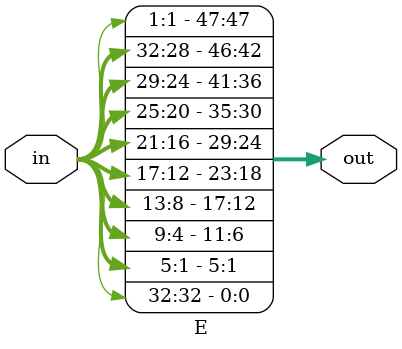
<source format=v>
module E(input [32:1] in, output [48:1] out);
  assign out[1] = in[32];
  assign out[2] = in[1];
  assign out[3] = in[2];
  assign out[4] = in[3];
  assign out[5] = in[4];
  assign out[6] = in[5];
  assign out[7] = in[4];
  assign out[8] = in[5];
  assign out[9] = in[6];
  assign out[10] = in[7];
  assign out[11] = in[8];
  assign out[12] = in[9];
  assign out[13] = in[8];
  assign out[14] = in[9];
  assign out[15] = in[10];
  assign out[16] = in[11];
  assign out[17] = in[12];
  assign out[18] = in[13];
  assign out[19] = in[12];
  assign out[20] = in[13];
  assign out[21] = in[14];
  assign out[22] = in[15];
  assign out[23] = in[16];
  assign out[24] = in[17];
  assign out[25] = in[16];
  assign out[26] = in[17];
  assign out[27] = in[18];
  assign out[28] = in[19];
  assign out[29] = in[20];
  assign out[30] = in[21];
  assign out[31] = in[20];
  assign out[32] = in[21];
  assign out[33] = in[22];
  assign out[34] = in[23];
  assign out[35] = in[24];
  assign out[36] = in[25];
  assign out[37] = in[24];
  assign out[38] = in[25];
  assign out[39] = in[26];
  assign out[40] = in[27];
  assign out[41] = in[28];
  assign out[42] = in[29];
  assign out[43] = in[28];
  assign out[44] = in[29];
  assign out[45] = in[30];
  assign out[46] = in[31];
  assign out[47] = in[32];
  assign out[48] = in[1];
endmodule

</source>
